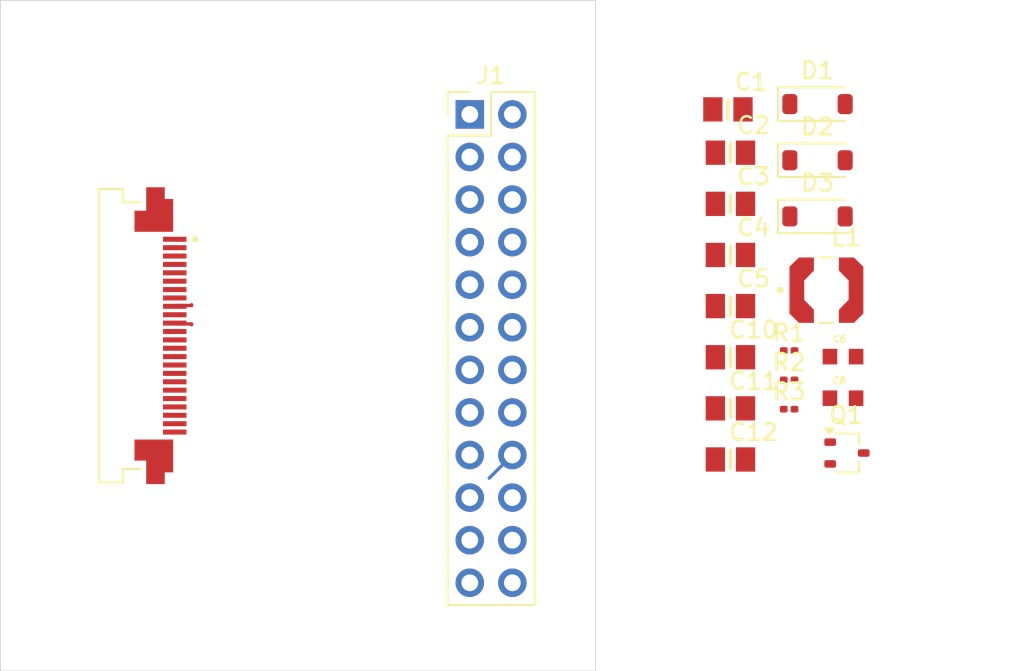
<source format=kicad_pcb>
(kicad_pcb (version 20241229) (generator "pcbnew") (generator_version "9.0")
  (layers (0 "F.Cu" signal) (2 "B.Cu" signal) (13 "F.Paste" user) (15 "B.Paste" user) (5 "F.SilkS" user "F.Silkscreen") (7 "B.SilkS" user "B.Silkscreen") (1 "F.Mask" user) (3 "B.Mask" user) (25 "Edge.Cuts" user))
  (net 0 "")
  (net 1 "/TSDA")
  (net 2 "/GDR")
  (net 3 "/D{slash}C")
  (net 4 "/BUSY")
  (net 5 "/VSH1")
  (net 6 "/VDD")
  (net 7 "/VGL")
  (net 8 "/VGH")
  (net 9 "/VSL")
  (net 10 "/TSCL")
  (net 11 "/CURR_SENSE")
  (net 12 "/VCOM")
  (net 13 "/VPP")
  (net 14 "/SDI")
  (net 15 "/CS")
  (net 16 "/PREVGH")
  (net 17 "/PREVGL")
  (net 18 "/HLT_CTL")
  (net 19 "+3V3")
  (net 20 "/BS")
  (net 21 "/RST")
  (net 22 "GND")
  (net 23 "/SCLK")
  (net 24 "Net-(D1-K)")
  (net 25 "Net-(D2-A)")
  (net 26 "/RESE")
  (footprint "Diode_SMD:D_SOD-123" (layer "F.Cu") (at 113.745 74.535)
    (property "Reference" "D2" (at 0 -2 0) (layer "F.SilkS"))
    (property "Value" "MBR0530")
    (fp_line (start -2.36 -1) (end -2.36 1) (stroke (width 0.12)) (layer "F.SilkS"))
    (fp_line (start -2.36 -1) (end 1.65 -1) (stroke (width 0.12)) (layer "F.SilkS"))
    (fp_line (start -2.36 1) (end 1.65 1) (stroke (width 0.12)) (layer "F.SilkS"))
    (pad "1" smd roundrect (at -1.65 0) (size 0.9 1.2) (layers "F.Cu" "F.Mask" "F.Paste") (net 16 "/PREVGH"))
    (pad "2" smd roundrect (at 1.65 0) (size 0.9 1.2) (layers "F.Cu" "F.Mask" "F.Paste") (net 25 "Net-(D2-A)"))
  )
  (footprint "Resistor_SMD:R_0201_0603Metric" (layer "F.Cu") (at 112.05 89.385)
    (property "Reference" "R3" (at 0 -1.05 0) (layer "F.SilkS"))
    (property "Value" "1k")
    (pad "1" smd roundrect (at -0.32 0) (size 0.46 0.4) (layers "F.Cu" "F.Mask") (net 22 "GND"))
    (pad "2" smd roundrect (at 0.32 0) (size 0.46 0.4) (layers "F.Cu" "F.Mask") (net 19 "+3V3"))
  )
  (footprint "capacitors-cam:CAPC2012X140N" (layer "F.Cu") (at 108.55 86.285)
    (property "Reference" "C10" (at 1.375 -1.635 0) (layer "F.SilkS"))
    (property "Value" "1u/50V")
    (fp_line (start 0 -0.55) (end 0 0.55) (stroke (width 0.2)) (layer "F.SilkS"))
    (pad "1" smd rect (at -0.9 0) (size 1.15 1.45) (layers "F.Cu" "F.Mask" "F.Paste") (net 22 "GND"))
    (pad "2" smd rect (at 0.9 0) (size 1.15 1.45) (layers "F.Cu" "F.Mask" "F.Paste") (net 12 "/VCOM"))
  )
  (footprint "Diode_SMD:D_SOD-123" (layer "F.Cu") (at 113.745 71.185)
    (property "Reference" "D1" (at 0 -2 0) (layer "F.SilkS"))
    (property "Value" "MBR0530")
    (fp_line (start -2.36 -1) (end -2.36 1) (stroke (width 0.12)) (layer "F.SilkS"))
    (fp_line (start -2.36 -1) (end 1.65 -1) (stroke (width 0.12)) (layer "F.SilkS"))
    (fp_line (start -2.36 1) (end 1.65 1) (stroke (width 0.12)) (layer "F.SilkS"))
    (pad "1" smd roundrect (at -1.65 0) (size 0.9 1.2) (layers "F.Cu" "F.Mask" "F.Paste") (net 24 "Net-(D1-K)"))
    (pad "2" smd roundrect (at 1.65 0) (size 0.9 1.2) (layers "F.Cu" "F.Mask" "F.Paste") (net 17 "/PREVGL"))
  )
  (footprint "capacitors-cam:CAPC2012X140N" (layer "F.Cu") (at 108.55 92.385)
    (property "Reference" "C12" (at 1.375 -1.635 0) (layer "F.SilkS"))
    (property "Value" "CL21A475KBQNNNE")
    (fp_line (start 0 -0.55) (end 0 0.55) (stroke (width 0.2)) (layer "F.SilkS"))
    (pad "1" smd rect (at -0.9 0) (size 1.15 1.45) (layers "F.Cu" "F.Mask" "F.Paste") (net 22 "GND"))
    (pad "2" smd rect (at 0.9 0) (size 1.15 1.45) (layers "F.Cu" "F.Mask" "F.Paste") (net 19 "+3V3"))
  )
  (footprint "Diode_SMD:D_SOD-123" (layer "F.Cu") (at 113.745 77.885)
    (property "Reference" "D3" (at 0 -2 0) (layer "F.SilkS"))
    (property "Value" "MBR0530")
    (fp_line (start -2.36 -1) (end -2.36 1) (stroke (width 0.12)) (layer "F.SilkS"))
    (fp_line (start -2.36 -1) (end 1.65 -1) (stroke (width 0.12)) (layer "F.SilkS"))
    (fp_line (start -2.36 1) (end 1.65 1) (stroke (width 0.12)) (layer "F.SilkS"))
    (pad "1" smd roundrect (at -1.65 0) (size 0.9 1.2) (layers "F.Cu" "F.Mask" "F.Paste") (net 22 "GND"))
    (pad "2" smd roundrect (at 1.65 0) (size 0.9 1.2) (layers "F.Cu" "F.Mask" "F.Paste") (net 24 "Net-(D1-K)"))
  )
  (footprint "Connector_PinHeader_2.54mm:PinHeader_2x12_P2.54mm_Vertical" (layer "F.Cu") (at 93 71.8)
    (property "Reference" "J1" (at 1.27 -2.33 0) (layer "F.SilkS"))
    (property "Value" "Conn_01x24")
    (fp_line (start -1.33 -1.33) (end 0 -1.33) (stroke (width 0.12)) (layer "F.SilkS"))
    (fp_line (start -1.33 0) (end -1.33 -1.33) (stroke (width 0.12)) (layer "F.SilkS"))
    (fp_line (start -1.33 1.27) (end -1.33 29.27) (stroke (width 0.12)) (layer "F.SilkS"))
    (fp_line (start -1.33 1.27) (end 1.27 1.27) (stroke (width 0.12)) (layer "F.SilkS"))
    (fp_line (start -1.33 29.27) (end 3.87 29.27) (stroke (width 0.12)) (layer "F.SilkS"))
    (fp_line (start 1.27 -1.33) (end 3.87 -1.33) (stroke (width 0.12)) (layer "F.SilkS"))
    (fp_line (start 1.27 1.27) (end 1.27 -1.33) (stroke (width 0.12)) (layer "F.SilkS"))
    (fp_line (start 3.87 -1.33) (end 3.87 29.27) (stroke (width 0.12)) (layer "F.SilkS"))
    (pad "1" thru_hole rect (at 0 0) (size 1.7 1.7) (drill 1) (layers "*.Cu" "*.Mask") (net 18 "/HLT_CTL"))
    (pad "2" thru_hole oval (at 2.54 0) (size 1.7 1.7) (drill 1) (layers "*.Cu" "*.Mask") (net 2 "/GDR"))
    (pad "3" thru_hole oval (at 0 2.54) (size 1.7 1.7) (drill 1) (layers "*.Cu" "*.Mask") (net 11 "/CURR_SENSE"))
    (pad "4" thru_hole oval (at 2.54 2.54) (size 1.7 1.7) (drill 1) (layers "*.Cu" "*.Mask") (net 7 "/VGL"))
    (pad "5" thru_hole oval (at 0 5.08) (size 1.7 1.7) (drill 1) (layers "*.Cu" "*.Mask") (net 8 "/VGH"))
    (pad "6" thru_hole oval (at 2.54 5.08) (size 1.7 1.7) (drill 1) (layers "*.Cu" "*.Mask") (net 10 "/TSCL"))
    (pad "7" thru_hole oval (at 0 7.62) (size 1.7 1.7) (drill 1) (layers "*.Cu" "*.Mask") (net 1 "/TSDA"))
    (pad "8" thru_hole oval (at 2.54 7.62) (size 1.7 1.7) (drill 1) (layers "*.Cu" "*.Mask") (net 20 "/BS"))
    (pad "9" thru_hole oval (at 0 10.16) (size 1.7 1.7) (drill 1) (layers "*.Cu" "*.Mask") (net 4 "/BUSY"))
    (pad "10" thru_hole oval (at 2.54 10.16) (size 1.7 1.7) (drill 1) (layers "*.Cu" "*.Mask") (net 21 "/RST"))
    (pad "11" thru_hole oval (at 0 12.7) (size 1.7 1.7) (drill 1) (layers "*.Cu" "*.Mask") (net 3 "/D{slash}C"))
    (pad "12" thru_hole oval (at 2.54 12.7) (size 1.7 1.7) (drill 1) (layers "*.Cu" "*.Mask") (net 15 "/CS"))
    (pad "13" thru_hole oval (at 0 15.24) (size 1.7 1.7) (drill 1) (layers "*.Cu" "*.Mask") (net 23 "/SCLK"))
    (pad "14" thru_hole oval (at 2.54 15.24) (size 1.7 1.7) (drill 1) (layers "*.Cu" "*.Mask") (net 14 "/SDI"))
    (pad "15" thru_hole oval (at 0 17.78) (size 1.7 1.7) (drill 1) (layers "*.Cu" "*.Mask") (net 19 "+3V3"))
    (pad "16" thru_hole oval (at 2.54 17.78) (size 1.7 1.7) (drill 1) (layers "*.Cu" "*.Mask") (net 19 "+3V3"))
    (pad "17" thru_hole oval (at 0 20.32) (size 1.7 1.7) (drill 1) (layers "*.Cu" "*.Mask") (net 22 "GND"))
    (pad "18" thru_hole oval (at 2.54 20.32) (size 1.7 1.7) (drill 1) (layers "*.Cu" "*.Mask") (net 6 "/VDD"))
    (pad "19" thru_hole oval (at 0 22.86) (size 1.7 1.7) (drill 1) (layers "*.Cu" "*.Mask") (net 13 "/VPP"))
    (pad "20" thru_hole oval (at 2.54 22.86) (size 1.7 1.7) (drill 1) (layers "*.Cu" "*.Mask") (net 5 "/VSH1"))
    (pad "21" thru_hole oval (at 0 25.4) (size 1.7 1.7) (drill 1) (layers "*.Cu" "*.Mask") (net 16 "/PREVGH"))
    (pad "22" thru_hole oval (at 2.54 25.4) (size 1.7 1.7) (drill 1) (layers "*.Cu" "*.Mask") (net 9 "/VSL"))
    (pad "23" thru_hole oval (at 0 27.94) (size 1.7 1.7) (drill 1) (layers "*.Cu" "*.Mask") (net 17 "/PREVGL"))
    (pad "24" thru_hole oval (at 2.54 27.94) (size 1.7 1.7) (drill 1) (layers "*.Cu" "*.Mask") (net 12 "/VCOM"))
  )
  (footprint "capacitors-cam:CAPC1608X90N" (layer "F.Cu") (at 115.265 86.25)
    (property "Reference" "C6" (at -0.21 -1.05 0) (layer "F.SilkS") (effects (font (size 0.393701 0.393701))))
    (property "Value" "1u/25V")
    (pad "1" smd rect (at -0.78 0) (size 0.87 0.93) (layers "F.Cu" "F.Mask" "F.Paste") (net 22 "GND"))
    (pad "2" smd rect (at 0.78 0) (size 0.87 0.93) (layers "F.Cu" "F.Mask" "F.Paste") (net 5 "/VSH1"))
  )
  (footprint "Resistor_SMD:R_0201_0603Metric" (layer "F.Cu") (at 112.05 85.885)
    (property "Reference" "R1" (at 0 -1.05 0) (layer "F.SilkS"))
    (property "Value" "10k")
    (pad "1" smd roundrect (at -0.32 0) (size 0.46 0.4) (layers "F.Cu" "F.Mask") (net 22 "GND"))
    (pad "2" smd roundrect (at 0.32 0) (size 0.46 0.4) (layers "F.Cu" "F.Mask") (net 2 "/GDR"))
  )
  (footprint "capacitors-cam:CAPC2012X140N" (layer "F.Cu") (at 108.55 83.235)
    (property "Reference" "C5" (at 1.375 -1.635 0) (layer "F.SilkS"))
    (property "Value" "1u/50V")
    (fp_line (start 0 -0.55) (end 0 0.55) (stroke (width 0.2)) (layer "F.SilkS"))
    (pad "1" smd rect (at -0.9 0) (size 1.15 1.45) (layers "F.Cu" "F.Mask" "F.Paste") (net 22 "GND"))
    (pad "2" smd rect (at 0.9 0) (size 1.15 1.45) (layers "F.Cu" "F.Mask" "F.Paste") (net 13 "/VPP"))
  )
  (footprint "Resistor_SMD:R_0201_0603Metric" (layer "F.Cu") (at 112.05 87.635)
    (property "Reference" "R2" (at 0 -1.05 0) (layer "F.SilkS"))
    (property "Value" "3R")
    (pad "1" smd roundrect (at -0.32 0) (size 0.46 0.4) (layers "F.Cu" "F.Mask") (net 26 "/RESE"))
    (pad "2" smd roundrect (at 0.32 0) (size 0.46 0.4) (layers "F.Cu" "F.Mask") (net 22 "GND"))
  )
  (footprint "capacitors-cam:CAPC2012X140N" (layer "F.Cu") (at 108.55 77.135)
    (property "Reference" "C3" (at 1.375 -1.635 0) (layer "F.SilkS"))
    (property "Value" "1u/50V")
    (fp_line (start 0 -0.55) (end 0 0.55) (stroke (width 0.2)) (layer "F.SilkS"))
    (pad "1" smd rect (at -0.9 0) (size 1.15 1.45) (layers "F.Cu" "F.Mask" "F.Paste") (net 22 "GND"))
    (pad "2" smd rect (at 0.9 0) (size 1.15 1.45) (layers "F.Cu" "F.Mask" "F.Paste") (net 19 "+3V3"))
  )
  (footprint "capacitors-cam:CAPC2012X140N" (layer "F.Cu") (at 108.55 80.185)
    (property "Reference" "C4" (at 1.375 -1.635 0) (layer "F.SilkS"))
    (property "Value" "1u/50V")
    (fp_line (start 0 -0.55) (end 0 0.55) (stroke (width 0.2)) (layer "F.SilkS"))
    (pad "1" smd rect (at -0.9 0) (size 1.15 1.45) (layers "F.Cu" "F.Mask" "F.Paste") (net 22 "GND"))
    (pad "2" smd rect (at 0.9 0) (size 1.15 1.45) (layers "F.Cu" "F.Mask" "F.Paste") (net 6 "/VDD"))
  )
  (footprint "Package_TO_SOT_SMD:SOT-323_SC-70" (layer "F.Cu") (at 115.5 92)
    (property "Reference" "Q1" (at -0.05 -2.25 0) (layer "F.SilkS"))
    (property "Value" "Si1308EDL")
    (fp_line (start -0.68 -1.16) (end 0.73 -1.16) (stroke (width 0.12)) (layer "F.SilkS"))
    (fp_line (start -0.68 1.16) (end 0.73 1.16) (stroke (width 0.12)) (layer "F.SilkS"))
    (fp_line (start 0.73 -1.16) (end 0.73 -0.5) (stroke (width 0.12)) (layer "F.SilkS"))
    (fp_line (start 0.73 0.5) (end 0.73 1.16) (stroke (width 0.12)) (layer "F.SilkS"))
    (fp_poly (pts (xy -1.05 -1.14) (xy -1.29 -1.47) (xy -0.81 -1.47) (xy -1.05 -1.14)) (stroke (width 0.12)) (fill yes) (layer "F.SilkS"))
    (pad "1" smd roundrect (at -1 -0.65 270) (size 0.45 0.7) (layers "F.Cu" "F.Mask" "F.Paste") (net 2 "/GDR"))
    (pad "2" smd roundrect (at -1 0.65 270) (size 0.45 0.7) (layers "F.Cu" "F.Mask" "F.Paste") (net 25 "Net-(D2-A)"))
    (pad "3" smd roundrect (at 1 0 270) (size 0.45 0.7) (layers "F.Cu" "F.Mask" "F.Paste") (net 26 "/RESE"))
  )
  (footprint "capacitors-cam:CAPC1608X90N" (layer "F.Cu") (at 115.265 88.73)
    (property "Reference" "C8" (at -0.21 -1.05 0) (layer "F.SilkS") (effects (font (size 0.393701 0.393701))))
    (property "Value" "1u/25V")
    (pad "1" smd rect (at -0.78 0) (size 0.87 0.93) (layers "F.Cu" "F.Mask" "F.Paste") (net 22 "GND"))
    (pad "2" smd rect (at 0.78 0) (size 0.87 0.93) (layers "F.Cu" "F.Mask" "F.Paste") (net 9 "/VSL"))
  )
  (footprint "capacitors-cam:CAPC2012X140N" (layer "F.Cu") (at 108.55 89.335)
    (property "Reference" "C11" (at 1.375 -1.635 0) (layer "F.SilkS"))
    (property "Value" "CL21A475KBQNNNE")
    (fp_line (start 0 -0.55) (end 0 0.55) (stroke (width 0.2)) (layer "F.SilkS"))
    (pad "1" smd rect (at -0.9 0) (size 1.15 1.45) (layers "F.Cu" "F.Mask" "F.Paste") (net 24 "Net-(D1-K)"))
    (pad "2" smd rect (at 0.9 0) (size 1.15 1.45) (layers "F.Cu" "F.Mask" "F.Paste") (net 25 "Net-(D2-A)"))
  )
  (footprint "inductors:IND_LPS4018-104MRC" (layer "F.Cu") (at 114.275 82.285)
    (property "Reference" "L1" (at 1.175 -3.135 0) (layer "F.SilkS"))
    (property "Value" "L_Iron")
    (fp_line (start -0.43 -1.95) (end 0.43 -1.95) (stroke (width 0.127)) (layer "F.SilkS"))
    (fp_line (start 0.43 1.95) (end -0.43 1.95) (stroke (width 0.127)) (layer "F.SilkS"))
    (fp_circle (center -2.75 0) (end -2.65 0) (stroke (width 0.2)) (fill no) (layer "F.SilkS"))
    (pad "1" smd custom (at -1.765 0) (size 0.5 2.5) (layers "F.Cu") (net 19 "+3V3") (options (clearance outline) (anchor rect)) (primitives (gr_poly (pts (xy 0.125 1.945) (xy -0.435 1.395) (xy -0.435 -1.395) (xy 0.125 -1.945) (xy 1.015 -1.945) (xy 1.015 -1.17) (xy 0.435 -0.575) (xy 0.435 0.575) (xy 1.015 1.17) (xy 1.015 1.945)) (width 0.01) (fill yes))))
    (pad "2" smd custom (at 1.765 0) (size 0.5 2.5) (layers "F.Cu") (net 25 "Net-(D2-A)") (options (clearance outline) (anchor rect)) (primitives (gr_poly (pts (xy -0.125 -1.945) (xy 0.435 -1.395) (xy 0.435 1.395) (xy -0.125 1.945) (xy -1.015 1.945) (xy -1.015 1.17) (xy -0.435 0.575) (xy -0.435 -0.575) (xy -1.015 -1.17) (xy -1.015 -1.945)) (width 0.01) (fill yes))))
  )
  (footprint "capacitors-cam:CAPC2012X140N" (layer "F.Cu") (at 108.4 71.5)
    (property "Reference" "C1" (at 1.375 -1.635 0) (layer "F.SilkS"))
    (property "Value" "1u/50V")
    (fp_line (start 0 -0.55) (end 0 0.55) (stroke (width 0.2)) (layer "F.SilkS"))
    (pad "1" smd rect (at -0.9 0) (size 1.15 1.45) (layers "F.Cu" "F.Mask" "F.Paste") (net 22 "GND"))
    (pad "2" smd rect (at 0.9 0) (size 1.15 1.45) (layers "F.Cu" "F.Mask" "F.Paste") (net 7 "/VGL"))
  )
  (footprint "capacitors-cam:CAPC2012X140N" (layer "F.Cu") (at 108.55 74.085)
    (property "Reference" "C2" (at 1.375 -1.635 0) (layer "F.SilkS"))
    (property "Value" "1u/50V")
    (fp_line (start 0 -0.55) (end 0 0.55) (stroke (width 0.2)) (layer "F.SilkS"))
    (pad "1" smd rect (at -0.9 0) (size 1.15 1.45) (layers "F.Cu" "F.Mask" "F.Paste") (net 22 "GND"))
    (pad "2" smd rect (at 0.9 0) (size 1.15 1.45) (layers "F.Cu" "F.Mask" "F.Paste") (net 8 "/VGH"))
  )
  (footprint "Connectors-cam:AMPHENOL_SFV24R-1STBE1HLF" (layer "F.Cu") (at 73 85 -90)
    (property "Reference" "J3" (hide yes))
    (property "Value" "SFV24R-1STBE1HLF")
    (fp_line (start -8.75 2.1) (end 8.75 2.1) (stroke (width 0.127)) (layer "F.SilkS"))
    (fp_line (start 8.75 2.1) (end 8.75 0.7) (stroke (width 0.127)) (layer "F.SilkS"))
    (fp_line (start -8.75 0.7) (end -8.75 2.1) (stroke (width 0.127)) (layer "F.SilkS"))
    (fp_line (start -7.95 0.7) (end -8.75 0.7) (stroke (width 0.127)) (layer "F.SilkS"))
    (fp_line (start 7.95 0.7) (end 7.95 -0.38) (stroke (width 0.127)) (layer "F.SilkS"))
    (fp_line (start 8.75 0.7) (end 7.95 0.7) (stroke (width 0.127)) (layer "F.SilkS"))
    (fp_line (start -7.95 -0.38) (end -7.95 0.7) (stroke (width 0.127)) (layer "F.SilkS"))
    (fp_circle (center -5.75 -3.6) (end -5.65 -3.6) (stroke (width 0.2)) (fill no) (layer "F.SilkS"))
    (pad "1" smd rect (at -5.75 -2.4 270) (size 0.3 1.4) (layers "F.Cu" "F.Mask" "F.Paste") (net 18 "/HLT_CTL"))
    (pad "2" smd rect (at -5.25 -2.4 270) (size 0.3 1.4) (layers "F.Cu" "F.Mask" "F.Paste") (net 2 "/GDR"))
    (pad "3" smd rect (at -4.75 -2.4 270) (size 0.3 1.4) (layers "F.Cu" "F.Mask" "F.Paste") (net 11 "/CURR_SENSE"))
    (pad "4" smd rect (at -4.25 -2.4 270) (size 0.3 1.4) (layers "F.Cu" "F.Mask" "F.Paste") (net 7 "/VGL"))
    (pad "5" smd rect (at -3.75 -2.4 270) (size 0.3 1.4) (layers "F.Cu" "F.Mask" "F.Paste") (net 8 "/VGH"))
    (pad "6" smd rect (at -3.25 -2.4 270) (size 0.3 1.4) (layers "F.Cu" "F.Mask" "F.Paste") (net 10 "/TSCL"))
    (pad "7" smd rect (at -2.75 -2.4 270) (size 0.3 1.4) (layers "F.Cu" "F.Mask" "F.Paste") (net 1 "/TSDA"))
    (pad "8" smd rect (at -2.25 -2.4 270) (size 0.3 1.4) (layers "F.Cu" "F.Mask" "F.Paste") (net 20 "/BS"))
    (pad "9" smd rect (at -1.75 -2.4 270) (size 0.3 1.4) (layers "F.Cu" "F.Mask" "F.Paste") (net 4 "/BUSY"))
    (pad "10" smd rect (at -1.25 -2.4 270) (size 0.3 1.4) (layers "F.Cu" "F.Mask" "F.Paste") (net 21 "/RST"))
    (pad "11" smd rect (at -0.75 -2.4 270) (size 0.3 1.4) (layers "F.Cu" "F.Mask" "F.Paste") (net 3 "/D{slash}C"))
    (pad "12" smd rect (at -0.25 -2.4 270) (size 0.3 1.4) (layers "F.Cu" "F.Mask" "F.Paste") (net 15 "/CS"))
    (pad "13" smd rect (at 0.25 -2.4 270) (size 0.3 1.4) (layers "F.Cu" "F.Mask" "F.Paste") (net 23 "/SCLK"))
    (pad "14" smd rect (at 0.75 -2.4 270) (size 0.3 1.4) (layers "F.Cu" "F.Mask" "F.Paste") (net 14 "/SDI"))
    (pad "15" smd rect (at 1.25 -2.4 270) (size 0.3 1.4) (layers "F.Cu" "F.Mask" "F.Paste") (net 19 "+3V3"))
    (pad "16" smd rect (at 1.75 -2.4 270) (size 0.3 1.4) (layers "F.Cu" "F.Mask" "F.Paste") (net 19 "+3V3"))
    (pad "17" smd rect (at 2.25 -2.4 270) (size 0.3 1.4) (layers "F.Cu" "F.Mask" "F.Paste") (net 22 "GND"))
    (pad "18" smd rect (at 2.75 -2.4 270) (size 0.3 1.4) (layers "F.Cu" "F.Mask" "F.Paste") (net 6 "/VDD"))
    (pad "19" smd rect (at 3.25 -2.4 270) (size 0.3 1.4) (layers "F.Cu" "F.Mask" "F.Paste") (net 13 "/VPP"))
    (pad "20" smd rect (at 3.75 -2.4 270) (size 0.3 1.4) (layers "F.Cu" "F.Mask" "F.Paste") (net 5 "/VSH1"))
    (pad "21" smd rect (at 4.25 -2.4 270) (size 0.3 1.4) (layers "F.Cu" "F.Mask" "F.Paste") (net 16 "/PREVGH"))
    (pad "22" smd rect (at 4.75 -2.4 270) (size 0.3 1.4) (layers "F.Cu" "F.Mask" "F.Paste") (net 9 "/VSL"))
    (pad "23" smd rect (at 5.25 -2.4 270) (size 0.3 1.4) (layers "F.Cu" "F.Mask" "F.Paste") (net 17 "/PREVGL"))
    (pad "24" smd rect (at 5.75 -2.4 270) (size 0.3 1.4) (layers "F.Cu" "F.Mask" "F.Paste") (net 12 "/VCOM"))
    (pad "SH1" smd custom (at -7.175 -1.5 270) (size 1 1) (layers "F.Cu") (options (clearance outline) (anchor rect)) (primitives (gr_poly (pts (xy -0.975 -0.8) (xy 0.975 -0.8) (xy 0.975 1.5) (xy -0.275 1.5) (xy -0.275 0.8) (xy -1.675 0.8) (xy -1.675 -0.3) (xy -0.975 -0.3)) (width 0.01) (fill yes))))
    (pad "SH2" smd custom (at 7.175 -1.5 270) (size 1 1) (layers "F.Cu") (options (clearance outline) (anchor rect)) (primitives (gr_poly (pts (xy 0.975 -0.8) (xy -0.975 -0.8) (xy -0.975 1.5) (xy 0.275 1.5) (xy 0.275 0.8) (xy 1.675 0.8) (xy 1.675 -0.3) (xy 0.975 -0.3)) (width 0.01) (fill yes))))
  )
  (gr_poly (pts (xy 100.5 65) (xy 65 65) (xy 65 105) (xy 100.5 105)) (stroke (width 0.05)) (fill no) (layer "Edge.Cuts"))
  (segment (start 75.451 79.75) (end 75.5 79.799) (width 0.2) (layer "F.Cu") (net 2))
  (segment (start 75.4 79.75) (end 75.451 79.75) (width 0.2) (layer "F.Cu") (net 2))
  (segment (start 76.401 84.349) (end 76.401 84.299) (width 0.2) (layer "F.Cu") (net 3))
  (segment (start 76.401 84.299) (end 75.449 84.299) (width 0.2) (layer "F.Cu") (net 3))
  (segment (start 75.449 84.299) (end 75.4 84.25) (width 0.2) (layer "F.Cu") (net 3))
  (segment (start 75.449 83.201) (end 75.4 83.25) (width 0.2) (layer "F.Cu") (net 4))
  (segment (start 76.401 83.151) (end 76.401 83.201) (width 0.2) (layer "F.Cu") (net 4))
  (segment (start 76.401 83.201) (end 75.449 83.201) (width 0.2) (layer "F.Cu") (net 4))
  (segment (start 94.16 93.5) (end 95.54 92.12) (width 0.2) (layer "B.Cu") (net 6))
  (segment (start 75.49009 79.25) (end 75.53909 79.299) (width 0.2) (layer "F.Cu") (net 18))
  (segment (start 75.4 79.25) (end 75.49009 79.25) (width 0.2) (layer "F.Cu") (net 18))
)
</source>
